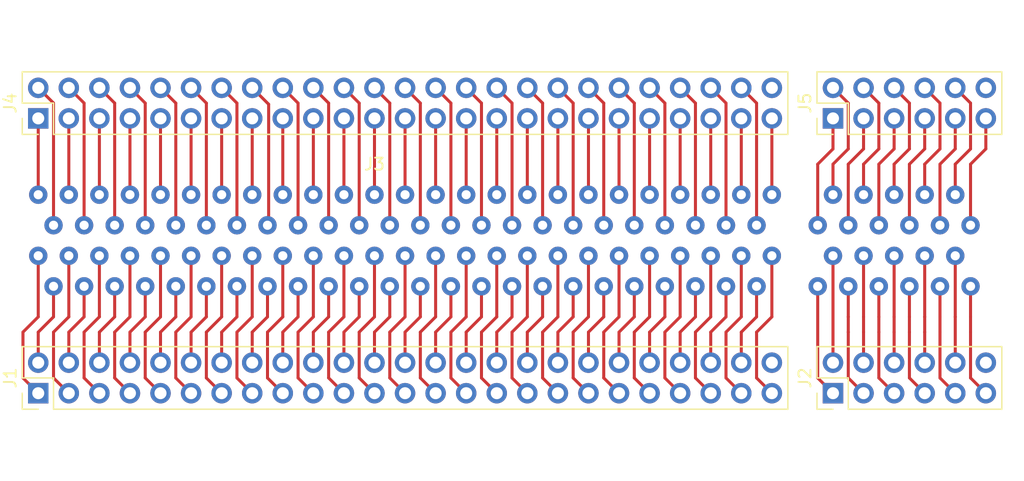
<source format=kicad_pcb>
(kicad_pcb (version 20171130) (host pcbnew 5.1.9+dfsg1-1)

  (general
    (thickness 1.6)
    (drawings 0)
    (tracks 320)
    (zones 0)
    (modules 5)
    (nets 125)
  )

  (page A4)
  (layers
    (0 F.Cu signal)
    (31 B.Cu signal)
    (32 B.Adhes user)
    (33 F.Adhes user)
    (34 B.Paste user)
    (35 F.Paste user)
    (36 B.SilkS user)
    (37 F.SilkS user)
    (38 B.Mask user)
    (39 F.Mask user)
    (40 Dwgs.User user)
    (41 Cmts.User user)
    (42 Eco1.User user)
    (43 Eco2.User user)
    (44 Edge.Cuts user)
    (45 Margin user)
    (46 B.CrtYd user)
    (47 F.CrtYd user)
    (48 B.Fab user)
    (49 F.Fab user)
  )

  (setup
    (last_trace_width 0.25)
    (trace_clearance 0.2)
    (zone_clearance 0.508)
    (zone_45_only no)
    (trace_min 0.2)
    (via_size 0.8)
    (via_drill 0.4)
    (via_min_size 0.4)
    (via_min_drill 0.3)
    (uvia_size 0.3)
    (uvia_drill 0.1)
    (uvias_allowed no)
    (uvia_min_size 0.2)
    (uvia_min_drill 0.1)
    (edge_width 0.05)
    (segment_width 0.2)
    (pcb_text_width 0.3)
    (pcb_text_size 1.5 1.5)
    (mod_edge_width 0.12)
    (mod_text_size 1 1)
    (mod_text_width 0.15)
    (pad_size 1.524 1.524)
    (pad_drill 0.762)
    (pad_to_mask_clearance 0)
    (aux_axis_origin 0 0)
    (visible_elements FFFFFF7F)
    (pcbplotparams
      (layerselection 0x010fc_ffffffff)
      (usegerberextensions false)
      (usegerberattributes true)
      (usegerberadvancedattributes true)
      (creategerberjobfile true)
      (excludeedgelayer true)
      (linewidth 0.100000)
      (plotframeref false)
      (viasonmask false)
      (mode 1)
      (useauxorigin false)
      (hpglpennumber 1)
      (hpglpenspeed 20)
      (hpglpendiameter 15.000000)
      (psnegative false)
      (psa4output false)
      (plotreference true)
      (plotvalue true)
      (plotinvisibletext false)
      (padsonsilk false)
      (subtractmaskfromsilk false)
      (outputformat 1)
      (mirror false)
      (drillshape 1)
      (scaleselection 1)
      (outputdirectory ""))
  )

  (net 0 "")
  (net 1 "Net-(J1-Pad50)")
  (net 2 /B49)
  (net 3 /B48)
  (net 4 /B47)
  (net 5 /B46)
  (net 6 /B45)
  (net 7 /B44)
  (net 8 /B43)
  (net 9 /B42)
  (net 10 /B41)
  (net 11 /B40)
  (net 12 /B39)
  (net 13 /B38)
  (net 14 /B37)
  (net 15 /B36)
  (net 16 /B35)
  (net 17 /B34)
  (net 18 /B33)
  (net 19 /B32)
  (net 20 /B31)
  (net 21 /B30)
  (net 22 /B29)
  (net 23 /B28)
  (net 24 /B27)
  (net 25 /B26)
  (net 26 /B25)
  (net 27 /B24)
  (net 28 /B23)
  (net 29 /B22)
  (net 30 /B21)
  (net 31 /B20)
  (net 32 /B19)
  (net 33 /B18)
  (net 34 /B17)
  (net 35 /B16)
  (net 36 /B15)
  (net 37 /B14)
  (net 38 /B13)
  (net 39 /B12)
  (net 40 /B11)
  (net 41 /B10)
  (net 42 /B9)
  (net 43 /B8)
  (net 44 /B7)
  (net 45 /B6)
  (net 46 /B5)
  (net 47 /B4)
  (net 48 /B3)
  (net 49 /B2)
  (net 50 /B1)
  (net 51 "Net-(J2-Pad12)")
  (net 52 /B62)
  (net 53 /B61)
  (net 54 /B60)
  (net 55 /B59)
  (net 56 /B58)
  (net 57 /B57)
  (net 58 /B56)
  (net 59 /B55)
  (net 60 /B54)
  (net 61 /B53)
  (net 62 /B52)
  (net 63 "Net-(J5-Pad12)")
  (net 64 /A62)
  (net 65 /A61)
  (net 66 /A60)
  (net 67 /A59)
  (net 68 /A58)
  (net 69 /A57)
  (net 70 /A56)
  (net 71 /A55)
  (net 72 /A54)
  (net 73 /A53)
  (net 74 /A52)
  (net 75 /A49)
  (net 76 /A48)
  (net 77 /A47)
  (net 78 /A46)
  (net 79 /A45)
  (net 80 /A44)
  (net 81 /A43)
  (net 82 /A42)
  (net 83 /A41)
  (net 84 /A40)
  (net 85 /A39)
  (net 86 /A38)
  (net 87 /A37)
  (net 88 /A36)
  (net 89 /A35)
  (net 90 /A34)
  (net 91 /A33)
  (net 92 /A32)
  (net 93 /A31)
  (net 94 /A30)
  (net 95 /A29)
  (net 96 /A28)
  (net 97 /A27)
  (net 98 /A26)
  (net 99 /A25)
  (net 100 /A24)
  (net 101 /A23)
  (net 102 /A22)
  (net 103 /A21)
  (net 104 /A20)
  (net 105 /A19)
  (net 106 /A18)
  (net 107 /A17)
  (net 108 /A16)
  (net 109 /A15)
  (net 110 /A14)
  (net 111 /A13)
  (net 112 /A12)
  (net 113 /A11)
  (net 114 /A10)
  (net 115 /A9)
  (net 116 /A8)
  (net 117 /A7)
  (net 118 /A6)
  (net 119 /A5)
  (net 120 /A4)
  (net 121 /A3)
  (net 122 /A2)
  (net 123 /A1)
  (net 124 "Net-(J4-Pad50)")

  (net_class Default "This is the default net class."
    (clearance 0.2)
    (trace_width 0.25)
    (via_dia 0.8)
    (via_drill 0.4)
    (uvia_dia 0.3)
    (uvia_drill 0.1)
    (add_net /A1)
    (add_net /A10)
    (add_net /A11)
    (add_net /A12)
    (add_net /A13)
    (add_net /A14)
    (add_net /A15)
    (add_net /A16)
    (add_net /A17)
    (add_net /A18)
    (add_net /A19)
    (add_net /A2)
    (add_net /A20)
    (add_net /A21)
    (add_net /A22)
    (add_net /A23)
    (add_net /A24)
    (add_net /A25)
    (add_net /A26)
    (add_net /A27)
    (add_net /A28)
    (add_net /A29)
    (add_net /A3)
    (add_net /A30)
    (add_net /A31)
    (add_net /A32)
    (add_net /A33)
    (add_net /A34)
    (add_net /A35)
    (add_net /A36)
    (add_net /A37)
    (add_net /A38)
    (add_net /A39)
    (add_net /A4)
    (add_net /A40)
    (add_net /A41)
    (add_net /A42)
    (add_net /A43)
    (add_net /A44)
    (add_net /A45)
    (add_net /A46)
    (add_net /A47)
    (add_net /A48)
    (add_net /A49)
    (add_net /A5)
    (add_net /A52)
    (add_net /A53)
    (add_net /A54)
    (add_net /A55)
    (add_net /A56)
    (add_net /A57)
    (add_net /A58)
    (add_net /A59)
    (add_net /A6)
    (add_net /A60)
    (add_net /A61)
    (add_net /A62)
    (add_net /A7)
    (add_net /A8)
    (add_net /A9)
    (add_net /B1)
    (add_net /B10)
    (add_net /B11)
    (add_net /B12)
    (add_net /B13)
    (add_net /B14)
    (add_net /B15)
    (add_net /B16)
    (add_net /B17)
    (add_net /B18)
    (add_net /B19)
    (add_net /B2)
    (add_net /B20)
    (add_net /B21)
    (add_net /B22)
    (add_net /B23)
    (add_net /B24)
    (add_net /B25)
    (add_net /B26)
    (add_net /B27)
    (add_net /B28)
    (add_net /B29)
    (add_net /B3)
    (add_net /B30)
    (add_net /B31)
    (add_net /B32)
    (add_net /B33)
    (add_net /B34)
    (add_net /B35)
    (add_net /B36)
    (add_net /B37)
    (add_net /B38)
    (add_net /B39)
    (add_net /B4)
    (add_net /B40)
    (add_net /B41)
    (add_net /B42)
    (add_net /B43)
    (add_net /B44)
    (add_net /B45)
    (add_net /B46)
    (add_net /B47)
    (add_net /B48)
    (add_net /B49)
    (add_net /B5)
    (add_net /B52)
    (add_net /B53)
    (add_net /B54)
    (add_net /B55)
    (add_net /B56)
    (add_net /B57)
    (add_net /B58)
    (add_net /B59)
    (add_net /B6)
    (add_net /B60)
    (add_net /B61)
    (add_net /B62)
    (add_net /B7)
    (add_net /B8)
    (add_net /B9)
    (add_net "Net-(J1-Pad50)")
    (add_net "Net-(J2-Pad12)")
    (add_net "Net-(J4-Pad50)")
    (add_net "Net-(J5-Pad12)")
  )

  (module Connector_PinHeader_2.54mm:PinHeader_2x06_P2.54mm_Vertical (layer F.Cu) (tedit 59FED5CC) (tstamp 62B3FDD4)
    (at 162.56 91.44 90)
    (descr "Through hole straight pin header, 2x06, 2.54mm pitch, double rows")
    (tags "Through hole pin header THT 2x06 2.54mm double row")
    (path /631BF99A)
    (fp_text reference J2 (at 1.27 -2.33 90) (layer F.SilkS)
      (effects (font (size 1 1) (thickness 0.15)))
    )
    (fp_text value Conn_02x06_Odd_Even (at 1.27 15.03 90) (layer F.Fab)
      (effects (font (size 1 1) (thickness 0.15)))
    )
    (fp_text user %R (at 1.27 6.35) (layer F.Fab)
      (effects (font (size 1 1) (thickness 0.15)))
    )
    (fp_line (start 0 -1.27) (end 3.81 -1.27) (layer F.Fab) (width 0.1))
    (fp_line (start 3.81 -1.27) (end 3.81 13.97) (layer F.Fab) (width 0.1))
    (fp_line (start 3.81 13.97) (end -1.27 13.97) (layer F.Fab) (width 0.1))
    (fp_line (start -1.27 13.97) (end -1.27 0) (layer F.Fab) (width 0.1))
    (fp_line (start -1.27 0) (end 0 -1.27) (layer F.Fab) (width 0.1))
    (fp_line (start -1.33 14.03) (end 3.87 14.03) (layer F.SilkS) (width 0.12))
    (fp_line (start -1.33 1.27) (end -1.33 14.03) (layer F.SilkS) (width 0.12))
    (fp_line (start 3.87 -1.33) (end 3.87 14.03) (layer F.SilkS) (width 0.12))
    (fp_line (start -1.33 1.27) (end 1.27 1.27) (layer F.SilkS) (width 0.12))
    (fp_line (start 1.27 1.27) (end 1.27 -1.33) (layer F.SilkS) (width 0.12))
    (fp_line (start 1.27 -1.33) (end 3.87 -1.33) (layer F.SilkS) (width 0.12))
    (fp_line (start -1.33 0) (end -1.33 -1.33) (layer F.SilkS) (width 0.12))
    (fp_line (start -1.33 -1.33) (end 0 -1.33) (layer F.SilkS) (width 0.12))
    (fp_line (start -1.8 -1.8) (end -1.8 14.5) (layer F.CrtYd) (width 0.05))
    (fp_line (start -1.8 14.5) (end 4.35 14.5) (layer F.CrtYd) (width 0.05))
    (fp_line (start 4.35 14.5) (end 4.35 -1.8) (layer F.CrtYd) (width 0.05))
    (fp_line (start 4.35 -1.8) (end -1.8 -1.8) (layer F.CrtYd) (width 0.05))
    (pad 12 thru_hole oval (at 2.54 12.7 90) (size 1.7 1.7) (drill 1) (layers *.Cu *.Mask)
      (net 51 "Net-(J2-Pad12)"))
    (pad 11 thru_hole oval (at 0 12.7 90) (size 1.7 1.7) (drill 1) (layers *.Cu *.Mask)
      (net 52 /B62))
    (pad 10 thru_hole oval (at 2.54 10.16 90) (size 1.7 1.7) (drill 1) (layers *.Cu *.Mask)
      (net 53 /B61))
    (pad 9 thru_hole oval (at 0 10.16 90) (size 1.7 1.7) (drill 1) (layers *.Cu *.Mask)
      (net 54 /B60))
    (pad 8 thru_hole oval (at 2.54 7.62 90) (size 1.7 1.7) (drill 1) (layers *.Cu *.Mask)
      (net 55 /B59))
    (pad 7 thru_hole oval (at 0 7.62 90) (size 1.7 1.7) (drill 1) (layers *.Cu *.Mask)
      (net 56 /B58))
    (pad 6 thru_hole oval (at 2.54 5.08 90) (size 1.7 1.7) (drill 1) (layers *.Cu *.Mask)
      (net 57 /B57))
    (pad 5 thru_hole oval (at 0 5.08 90) (size 1.7 1.7) (drill 1) (layers *.Cu *.Mask)
      (net 58 /B56))
    (pad 4 thru_hole oval (at 2.54 2.54 90) (size 1.7 1.7) (drill 1) (layers *.Cu *.Mask)
      (net 59 /B55))
    (pad 3 thru_hole oval (at 0 2.54 90) (size 1.7 1.7) (drill 1) (layers *.Cu *.Mask)
      (net 60 /B54))
    (pad 2 thru_hole oval (at 2.54 0 90) (size 1.7 1.7) (drill 1) (layers *.Cu *.Mask)
      (net 61 /B53))
    (pad 1 thru_hole rect (at 0 0 90) (size 1.7 1.7) (drill 1) (layers *.Cu *.Mask)
      (net 62 /B52))
    (model ${KISYS3DMOD}/Connector_PinHeader_2.54mm.3dshapes/PinHeader_2x06_P2.54mm_Vertical.wrl
      (at (xyz 0 0 0))
      (scale (xyz 1 1 1))
      (rotate (xyz 0 0 0))
    )
  )

  (module Connector_PinHeader_2.54mm:PinHeader_2x25_P2.54mm_Vertical (layer F.Cu) (tedit 59FED5CC) (tstamp 62B40CEB)
    (at 96.52 68.58 90)
    (descr "Through hole straight pin header, 2x25, 2.54mm pitch, double rows")
    (tags "Through hole pin header THT 2x25 2.54mm double row")
    (path /63C7E1B2)
    (fp_text reference J4 (at 1.27 -2.33 90) (layer F.SilkS)
      (effects (font (size 1 1) (thickness 0.15)))
    )
    (fp_text value Conn_02x25_Odd_Even (at 1.27 63.29 90) (layer F.Fab)
      (effects (font (size 1 1) (thickness 0.15)))
    )
    (fp_text user %R (at 1.27 30.48) (layer F.Fab)
      (effects (font (size 1 1) (thickness 0.15)))
    )
    (fp_line (start 0 -1.27) (end 3.81 -1.27) (layer F.Fab) (width 0.1))
    (fp_line (start 3.81 -1.27) (end 3.81 62.23) (layer F.Fab) (width 0.1))
    (fp_line (start 3.81 62.23) (end -1.27 62.23) (layer F.Fab) (width 0.1))
    (fp_line (start -1.27 62.23) (end -1.27 0) (layer F.Fab) (width 0.1))
    (fp_line (start -1.27 0) (end 0 -1.27) (layer F.Fab) (width 0.1))
    (fp_line (start -1.33 62.29) (end 3.87 62.29) (layer F.SilkS) (width 0.12))
    (fp_line (start -1.33 1.27) (end -1.33 62.29) (layer F.SilkS) (width 0.12))
    (fp_line (start 3.87 -1.33) (end 3.87 62.29) (layer F.SilkS) (width 0.12))
    (fp_line (start -1.33 1.27) (end 1.27 1.27) (layer F.SilkS) (width 0.12))
    (fp_line (start 1.27 1.27) (end 1.27 -1.33) (layer F.SilkS) (width 0.12))
    (fp_line (start 1.27 -1.33) (end 3.87 -1.33) (layer F.SilkS) (width 0.12))
    (fp_line (start -1.33 0) (end -1.33 -1.33) (layer F.SilkS) (width 0.12))
    (fp_line (start -1.33 -1.33) (end 0 -1.33) (layer F.SilkS) (width 0.12))
    (fp_line (start -1.8 -1.8) (end -1.8 62.75) (layer F.CrtYd) (width 0.05))
    (fp_line (start -1.8 62.75) (end 4.35 62.75) (layer F.CrtYd) (width 0.05))
    (fp_line (start 4.35 62.75) (end 4.35 -1.8) (layer F.CrtYd) (width 0.05))
    (fp_line (start 4.35 -1.8) (end -1.8 -1.8) (layer F.CrtYd) (width 0.05))
    (pad 50 thru_hole oval (at 2.54 60.96 90) (size 1.7 1.7) (drill 1) (layers *.Cu *.Mask)
      (net 124 "Net-(J4-Pad50)"))
    (pad 49 thru_hole oval (at 0 60.96 90) (size 1.7 1.7) (drill 1) (layers *.Cu *.Mask)
      (net 75 /A49))
    (pad 48 thru_hole oval (at 2.54 58.42 90) (size 1.7 1.7) (drill 1) (layers *.Cu *.Mask)
      (net 76 /A48))
    (pad 47 thru_hole oval (at 0 58.42 90) (size 1.7 1.7) (drill 1) (layers *.Cu *.Mask)
      (net 77 /A47))
    (pad 46 thru_hole oval (at 2.54 55.88 90) (size 1.7 1.7) (drill 1) (layers *.Cu *.Mask)
      (net 78 /A46))
    (pad 45 thru_hole oval (at 0 55.88 90) (size 1.7 1.7) (drill 1) (layers *.Cu *.Mask)
      (net 79 /A45))
    (pad 44 thru_hole oval (at 2.54 53.34 90) (size 1.7 1.7) (drill 1) (layers *.Cu *.Mask)
      (net 80 /A44))
    (pad 43 thru_hole oval (at 0 53.34 90) (size 1.7 1.7) (drill 1) (layers *.Cu *.Mask)
      (net 81 /A43))
    (pad 42 thru_hole oval (at 2.54 50.8 90) (size 1.7 1.7) (drill 1) (layers *.Cu *.Mask)
      (net 82 /A42))
    (pad 41 thru_hole oval (at 0 50.8 90) (size 1.7 1.7) (drill 1) (layers *.Cu *.Mask)
      (net 83 /A41))
    (pad 40 thru_hole oval (at 2.54 48.26 90) (size 1.7 1.7) (drill 1) (layers *.Cu *.Mask)
      (net 84 /A40))
    (pad 39 thru_hole oval (at 0 48.26 90) (size 1.7 1.7) (drill 1) (layers *.Cu *.Mask)
      (net 85 /A39))
    (pad 38 thru_hole oval (at 2.54 45.72 90) (size 1.7 1.7) (drill 1) (layers *.Cu *.Mask)
      (net 86 /A38))
    (pad 37 thru_hole oval (at 0 45.72 90) (size 1.7 1.7) (drill 1) (layers *.Cu *.Mask)
      (net 87 /A37))
    (pad 36 thru_hole oval (at 2.54 43.18 90) (size 1.7 1.7) (drill 1) (layers *.Cu *.Mask)
      (net 88 /A36))
    (pad 35 thru_hole oval (at 0 43.18 90) (size 1.7 1.7) (drill 1) (layers *.Cu *.Mask)
      (net 89 /A35))
    (pad 34 thru_hole oval (at 2.54 40.64 90) (size 1.7 1.7) (drill 1) (layers *.Cu *.Mask)
      (net 90 /A34))
    (pad 33 thru_hole oval (at 0 40.64 90) (size 1.7 1.7) (drill 1) (layers *.Cu *.Mask)
      (net 91 /A33))
    (pad 32 thru_hole oval (at 2.54 38.1 90) (size 1.7 1.7) (drill 1) (layers *.Cu *.Mask)
      (net 92 /A32))
    (pad 31 thru_hole oval (at 0 38.1 90) (size 1.7 1.7) (drill 1) (layers *.Cu *.Mask)
      (net 93 /A31))
    (pad 30 thru_hole oval (at 2.54 35.56 90) (size 1.7 1.7) (drill 1) (layers *.Cu *.Mask)
      (net 94 /A30))
    (pad 29 thru_hole oval (at 0 35.56 90) (size 1.7 1.7) (drill 1) (layers *.Cu *.Mask)
      (net 95 /A29))
    (pad 28 thru_hole oval (at 2.54 33.02 90) (size 1.7 1.7) (drill 1) (layers *.Cu *.Mask)
      (net 96 /A28))
    (pad 27 thru_hole oval (at 0 33.02 90) (size 1.7 1.7) (drill 1) (layers *.Cu *.Mask)
      (net 97 /A27))
    (pad 26 thru_hole oval (at 2.54 30.48 90) (size 1.7 1.7) (drill 1) (layers *.Cu *.Mask)
      (net 98 /A26))
    (pad 25 thru_hole oval (at 0 30.48 90) (size 1.7 1.7) (drill 1) (layers *.Cu *.Mask)
      (net 99 /A25))
    (pad 24 thru_hole oval (at 2.54 27.94 90) (size 1.7 1.7) (drill 1) (layers *.Cu *.Mask)
      (net 100 /A24))
    (pad 23 thru_hole oval (at 0 27.94 90) (size 1.7 1.7) (drill 1) (layers *.Cu *.Mask)
      (net 101 /A23))
    (pad 22 thru_hole oval (at 2.54 25.4 90) (size 1.7 1.7) (drill 1) (layers *.Cu *.Mask)
      (net 102 /A22))
    (pad 21 thru_hole oval (at 0 25.4 90) (size 1.7 1.7) (drill 1) (layers *.Cu *.Mask)
      (net 103 /A21))
    (pad 20 thru_hole oval (at 2.54 22.86 90) (size 1.7 1.7) (drill 1) (layers *.Cu *.Mask)
      (net 104 /A20))
    (pad 19 thru_hole oval (at 0 22.86 90) (size 1.7 1.7) (drill 1) (layers *.Cu *.Mask)
      (net 105 /A19))
    (pad 18 thru_hole oval (at 2.54 20.32 90) (size 1.7 1.7) (drill 1) (layers *.Cu *.Mask)
      (net 106 /A18))
    (pad 17 thru_hole oval (at 0 20.32 90) (size 1.7 1.7) (drill 1) (layers *.Cu *.Mask)
      (net 107 /A17))
    (pad 16 thru_hole oval (at 2.54 17.78 90) (size 1.7 1.7) (drill 1) (layers *.Cu *.Mask)
      (net 108 /A16))
    (pad 15 thru_hole oval (at 0 17.78 90) (size 1.7 1.7) (drill 1) (layers *.Cu *.Mask)
      (net 109 /A15))
    (pad 14 thru_hole oval (at 2.54 15.24 90) (size 1.7 1.7) (drill 1) (layers *.Cu *.Mask)
      (net 110 /A14))
    (pad 13 thru_hole oval (at 0 15.24 90) (size 1.7 1.7) (drill 1) (layers *.Cu *.Mask)
      (net 111 /A13))
    (pad 12 thru_hole oval (at 2.54 12.7 90) (size 1.7 1.7) (drill 1) (layers *.Cu *.Mask)
      (net 112 /A12))
    (pad 11 thru_hole oval (at 0 12.7 90) (size 1.7 1.7) (drill 1) (layers *.Cu *.Mask)
      (net 113 /A11))
    (pad 10 thru_hole oval (at 2.54 10.16 90) (size 1.7 1.7) (drill 1) (layers *.Cu *.Mask)
      (net 114 /A10))
    (pad 9 thru_hole oval (at 0 10.16 90) (size 1.7 1.7) (drill 1) (layers *.Cu *.Mask)
      (net 115 /A9))
    (pad 8 thru_hole oval (at 2.54 7.62 90) (size 1.7 1.7) (drill 1) (layers *.Cu *.Mask)
      (net 116 /A8))
    (pad 7 thru_hole oval (at 0 7.62 90) (size 1.7 1.7) (drill 1) (layers *.Cu *.Mask)
      (net 117 /A7))
    (pad 6 thru_hole oval (at 2.54 5.08 90) (size 1.7 1.7) (drill 1) (layers *.Cu *.Mask)
      (net 118 /A6))
    (pad 5 thru_hole oval (at 0 5.08 90) (size 1.7 1.7) (drill 1) (layers *.Cu *.Mask)
      (net 119 /A5))
    (pad 4 thru_hole oval (at 2.54 2.54 90) (size 1.7 1.7) (drill 1) (layers *.Cu *.Mask)
      (net 120 /A4))
    (pad 3 thru_hole oval (at 0 2.54 90) (size 1.7 1.7) (drill 1) (layers *.Cu *.Mask)
      (net 121 /A3))
    (pad 2 thru_hole oval (at 2.54 0 90) (size 1.7 1.7) (drill 1) (layers *.Cu *.Mask)
      (net 122 /A2))
    (pad 1 thru_hole rect (at 0 0 90) (size 1.7 1.7) (drill 1) (layers *.Cu *.Mask)
      (net 123 /A1))
    (model ${KISYS3DMOD}/Connector_PinHeader_2.54mm.3dshapes/PinHeader_2x25_P2.54mm_Vertical.wrl
      (at (xyz 0 0 0))
      (scale (xyz 1 1 1))
      (rotate (xyz 0 0 0))
    )
  )

  (module Connector_PinHeader_2.54mm:PinHeader_2x06_P2.54mm_Vertical (layer F.Cu) (tedit 59FED5CC) (tstamp 62B40D0D)
    (at 162.56 68.58 90)
    (descr "Through hole straight pin header, 2x06, 2.54mm pitch, double rows")
    (tags "Through hole pin header THT 2x06 2.54mm double row")
    (path /636A4FC6)
    (fp_text reference J5 (at 1.27 -2.33 90) (layer F.SilkS)
      (effects (font (size 1 1) (thickness 0.15)))
    )
    (fp_text value Conn_02x06_Odd_Even (at 1.27 15.03 90) (layer F.Fab)
      (effects (font (size 1 1) (thickness 0.15)))
    )
    (fp_text user %R (at 1.27 6.35) (layer F.Fab)
      (effects (font (size 1 1) (thickness 0.15)))
    )
    (fp_line (start 0 -1.27) (end 3.81 -1.27) (layer F.Fab) (width 0.1))
    (fp_line (start 3.81 -1.27) (end 3.81 13.97) (layer F.Fab) (width 0.1))
    (fp_line (start 3.81 13.97) (end -1.27 13.97) (layer F.Fab) (width 0.1))
    (fp_line (start -1.27 13.97) (end -1.27 0) (layer F.Fab) (width 0.1))
    (fp_line (start -1.27 0) (end 0 -1.27) (layer F.Fab) (width 0.1))
    (fp_line (start -1.33 14.03) (end 3.87 14.03) (layer F.SilkS) (width 0.12))
    (fp_line (start -1.33 1.27) (end -1.33 14.03) (layer F.SilkS) (width 0.12))
    (fp_line (start 3.87 -1.33) (end 3.87 14.03) (layer F.SilkS) (width 0.12))
    (fp_line (start -1.33 1.27) (end 1.27 1.27) (layer F.SilkS) (width 0.12))
    (fp_line (start 1.27 1.27) (end 1.27 -1.33) (layer F.SilkS) (width 0.12))
    (fp_line (start 1.27 -1.33) (end 3.87 -1.33) (layer F.SilkS) (width 0.12))
    (fp_line (start -1.33 0) (end -1.33 -1.33) (layer F.SilkS) (width 0.12))
    (fp_line (start -1.33 -1.33) (end 0 -1.33) (layer F.SilkS) (width 0.12))
    (fp_line (start -1.8 -1.8) (end -1.8 14.5) (layer F.CrtYd) (width 0.05))
    (fp_line (start -1.8 14.5) (end 4.35 14.5) (layer F.CrtYd) (width 0.05))
    (fp_line (start 4.35 14.5) (end 4.35 -1.8) (layer F.CrtYd) (width 0.05))
    (fp_line (start 4.35 -1.8) (end -1.8 -1.8) (layer F.CrtYd) (width 0.05))
    (pad 12 thru_hole oval (at 2.54 12.7 90) (size 1.7 1.7) (drill 1) (layers *.Cu *.Mask)
      (net 63 "Net-(J5-Pad12)"))
    (pad 11 thru_hole oval (at 0 12.7 90) (size 1.7 1.7) (drill 1) (layers *.Cu *.Mask)
      (net 64 /A62))
    (pad 10 thru_hole oval (at 2.54 10.16 90) (size 1.7 1.7) (drill 1) (layers *.Cu *.Mask)
      (net 65 /A61))
    (pad 9 thru_hole oval (at 0 10.16 90) (size 1.7 1.7) (drill 1) (layers *.Cu *.Mask)
      (net 66 /A60))
    (pad 8 thru_hole oval (at 2.54 7.62 90) (size 1.7 1.7) (drill 1) (layers *.Cu *.Mask)
      (net 67 /A59))
    (pad 7 thru_hole oval (at 0 7.62 90) (size 1.7 1.7) (drill 1) (layers *.Cu *.Mask)
      (net 68 /A58))
    (pad 6 thru_hole oval (at 2.54 5.08 90) (size 1.7 1.7) (drill 1) (layers *.Cu *.Mask)
      (net 69 /A57))
    (pad 5 thru_hole oval (at 0 5.08 90) (size 1.7 1.7) (drill 1) (layers *.Cu *.Mask)
      (net 70 /A56))
    (pad 4 thru_hole oval (at 2.54 2.54 90) (size 1.7 1.7) (drill 1) (layers *.Cu *.Mask)
      (net 71 /A55))
    (pad 3 thru_hole oval (at 0 2.54 90) (size 1.7 1.7) (drill 1) (layers *.Cu *.Mask)
      (net 72 /A54))
    (pad 2 thru_hole oval (at 2.54 0 90) (size 1.7 1.7) (drill 1) (layers *.Cu *.Mask)
      (net 73 /A53))
    (pad 1 thru_hole rect (at 0 0 90) (size 1.7 1.7) (drill 1) (layers *.Cu *.Mask)
      (net 74 /A52))
    (model ${KISYS3DMOD}/Connector_PinHeader_2.54mm.3dshapes/PinHeader_2x06_P2.54mm_Vertical.wrl
      (at (xyz 0 0 0))
      (scale (xyz 1 1 1))
      (rotate (xyz 0 0 0))
    )
  )

  (module Connector_PCISlot:BUS_PCI_Slot (layer F.Cu) (tedit 62B24345) (tstamp 62B3FE50)
    (at 96.52 74.93)
    (descr "PCI bus slot")
    (tags "PCI bus slot")
    (path /629E17B2)
    (fp_text reference J3 (at 27.94 -2.54) (layer F.SilkS)
      (effects (font (size 1 1) (thickness 0.15)))
    )
    (fp_text value Bus_PCI_32bit_5V (at 49.53 -2.54) (layer F.Fab)
      (effects (font (size 1 1) (thickness 0.15)))
    )
    (pad B62 thru_hole circle (at 77.47 7.62) (size 1.524 1.524) (drill 0.762) (layers *.Cu *.Mask)
      (net 52 /B62))
    (pad B61 thru_hole circle (at 76.2 5.08) (size 1.524 1.524) (drill 0.762) (layers *.Cu *.Mask)
      (net 53 /B61))
    (pad B60 thru_hole circle (at 74.93 7.62) (size 1.524 1.524) (drill 0.762) (layers *.Cu *.Mask)
      (net 54 /B60))
    (pad B59 thru_hole circle (at 73.66 5.08) (size 1.524 1.524) (drill 0.762) (layers *.Cu *.Mask)
      (net 55 /B59))
    (pad B58 thru_hole circle (at 72.39 7.62) (size 1.524 1.524) (drill 0.762) (layers *.Cu *.Mask)
      (net 56 /B58))
    (pad B57 thru_hole circle (at 71.12 5.08) (size 1.524 1.524) (drill 0.762) (layers *.Cu *.Mask)
      (net 57 /B57))
    (pad B56 thru_hole circle (at 69.85 7.62) (size 1.524 1.524) (drill 0.762) (layers *.Cu *.Mask)
      (net 58 /B56))
    (pad B55 thru_hole circle (at 68.58 5.08) (size 1.524 1.524) (drill 0.762) (layers *.Cu *.Mask)
      (net 59 /B55))
    (pad B54 thru_hole circle (at 67.31 7.62) (size 1.524 1.524) (drill 0.762) (layers *.Cu *.Mask)
      (net 60 /B54))
    (pad B53 thru_hole circle (at 66.04 5.08) (size 1.524 1.524) (drill 0.762) (layers *.Cu *.Mask)
      (net 61 /B53))
    (pad B52 thru_hole circle (at 64.77 7.62) (size 1.524 1.524) (drill 0.762) (layers *.Cu *.Mask)
      (net 62 /B52))
    (pad B49 thru_hole circle (at 60.96 5.08) (size 1.524 1.524) (drill 0.762) (layers *.Cu *.Mask)
      (net 2 /B49))
    (pad B48 thru_hole circle (at 59.69 7.62) (size 1.524 1.524) (drill 0.762) (layers *.Cu *.Mask)
      (net 3 /B48))
    (pad B47 thru_hole circle (at 58.42 5.08) (size 1.524 1.524) (drill 0.762) (layers *.Cu *.Mask)
      (net 4 /B47))
    (pad B46 thru_hole circle (at 57.15 7.62) (size 1.524 1.524) (drill 0.762) (layers *.Cu *.Mask)
      (net 5 /B46))
    (pad B45 thru_hole circle (at 55.88 5.08) (size 1.524 1.524) (drill 0.762) (layers *.Cu *.Mask)
      (net 6 /B45))
    (pad B44 thru_hole circle (at 54.61 7.62) (size 1.524 1.524) (drill 0.762) (layers *.Cu *.Mask)
      (net 7 /B44))
    (pad B43 thru_hole circle (at 53.34 5.08) (size 1.524 1.524) (drill 0.762) (layers *.Cu *.Mask)
      (net 8 /B43))
    (pad B42 thru_hole circle (at 52.07 7.62) (size 1.524 1.524) (drill 0.762) (layers *.Cu *.Mask)
      (net 9 /B42))
    (pad B41 thru_hole circle (at 50.8 5.08) (size 1.524 1.524) (drill 0.762) (layers *.Cu *.Mask)
      (net 10 /B41))
    (pad B40 thru_hole circle (at 49.53 7.62) (size 1.524 1.524) (drill 0.762) (layers *.Cu *.Mask)
      (net 11 /B40))
    (pad B39 thru_hole circle (at 48.26 5.08) (size 1.524 1.524) (drill 0.762) (layers *.Cu *.Mask)
      (net 12 /B39))
    (pad B38 thru_hole circle (at 46.99 7.62) (size 1.524 1.524) (drill 0.762) (layers *.Cu *.Mask)
      (net 13 /B38))
    (pad B37 thru_hole circle (at 45.72 5.08) (size 1.524 1.524) (drill 0.762) (layers *.Cu *.Mask)
      (net 14 /B37))
    (pad B36 thru_hole circle (at 44.45 7.62) (size 1.524 1.524) (drill 0.762) (layers *.Cu *.Mask)
      (net 15 /B36))
    (pad B35 thru_hole circle (at 43.18 5.08) (size 1.524 1.524) (drill 0.762) (layers *.Cu *.Mask)
      (net 16 /B35))
    (pad B34 thru_hole circle (at 41.91 7.62) (size 1.524 1.524) (drill 0.762) (layers *.Cu *.Mask)
      (net 17 /B34))
    (pad B33 thru_hole circle (at 40.64 5.08) (size 1.524 1.524) (drill 0.762) (layers *.Cu *.Mask)
      (net 18 /B33))
    (pad B32 thru_hole circle (at 39.37 7.62) (size 1.524 1.524) (drill 0.762) (layers *.Cu *.Mask)
      (net 19 /B32))
    (pad B31 thru_hole circle (at 38.1 5.08) (size 1.524 1.524) (drill 0.762) (layers *.Cu *.Mask)
      (net 20 /B31))
    (pad B30 thru_hole circle (at 36.83 7.62) (size 1.524 1.524) (drill 0.762) (layers *.Cu *.Mask)
      (net 21 /B30))
    (pad B29 thru_hole circle (at 35.56 5.08) (size 1.524 1.524) (drill 0.762) (layers *.Cu *.Mask)
      (net 22 /B29))
    (pad B28 thru_hole circle (at 34.29 7.62) (size 1.524 1.524) (drill 0.762) (layers *.Cu *.Mask)
      (net 23 /B28))
    (pad B27 thru_hole circle (at 33.02 5.08) (size 1.524 1.524) (drill 0.762) (layers *.Cu *.Mask)
      (net 24 /B27))
    (pad B26 thru_hole circle (at 31.75 7.62) (size 1.524 1.524) (drill 0.762) (layers *.Cu *.Mask)
      (net 25 /B26))
    (pad B25 thru_hole circle (at 30.48 5.08) (size 1.524 1.524) (drill 0.762) (layers *.Cu *.Mask)
      (net 26 /B25))
    (pad B24 thru_hole circle (at 29.21 7.62) (size 1.524 1.524) (drill 0.762) (layers *.Cu *.Mask)
      (net 27 /B24))
    (pad B23 thru_hole circle (at 27.94 5.08) (size 1.524 1.524) (drill 0.762) (layers *.Cu *.Mask)
      (net 28 /B23))
    (pad B22 thru_hole circle (at 26.67 7.62) (size 1.524 1.524) (drill 0.762) (layers *.Cu *.Mask)
      (net 29 /B22))
    (pad B21 thru_hole circle (at 25.4 5.08) (size 1.524 1.524) (drill 0.762) (layers *.Cu *.Mask)
      (net 30 /B21))
    (pad B20 thru_hole circle (at 24.13 7.62) (size 1.524 1.524) (drill 0.762) (layers *.Cu *.Mask)
      (net 31 /B20))
    (pad B19 thru_hole circle (at 22.86 5.08) (size 1.524 1.524) (drill 0.762) (layers *.Cu *.Mask)
      (net 32 /B19))
    (pad B18 thru_hole circle (at 21.59 7.62) (size 1.524 1.524) (drill 0.762) (layers *.Cu *.Mask)
      (net 33 /B18))
    (pad B17 thru_hole circle (at 20.32 5.08) (size 1.524 1.524) (drill 0.762) (layers *.Cu *.Mask)
      (net 34 /B17))
    (pad B16 thru_hole circle (at 19.05 7.62) (size 1.524 1.524) (drill 0.762) (layers *.Cu *.Mask)
      (net 35 /B16))
    (pad B15 thru_hole circle (at 17.78 5.08) (size 1.524 1.524) (drill 0.762) (layers *.Cu *.Mask)
      (net 36 /B15))
    (pad B14 thru_hole circle (at 16.51 7.62) (size 1.524 1.524) (drill 0.762) (layers *.Cu *.Mask)
      (net 37 /B14))
    (pad B13 thru_hole circle (at 15.24 5.08) (size 1.524 1.524) (drill 0.762) (layers *.Cu *.Mask)
      (net 38 /B13))
    (pad B12 thru_hole circle (at 13.97 7.62) (size 1.524 1.524) (drill 0.762) (layers *.Cu *.Mask)
      (net 39 /B12))
    (pad B11 thru_hole circle (at 12.7 5.08) (size 1.524 1.524) (drill 0.762) (layers *.Cu *.Mask)
      (net 40 /B11))
    (pad B10 thru_hole circle (at 11.43 7.62) (size 1.524 1.524) (drill 0.762) (layers *.Cu *.Mask)
      (net 41 /B10))
    (pad B9 thru_hole circle (at 10.16 5.08) (size 1.524 1.524) (drill 0.762) (layers *.Cu *.Mask)
      (net 42 /B9))
    (pad B8 thru_hole circle (at 8.89 7.62) (size 1.524 1.524) (drill 0.762) (layers *.Cu *.Mask)
      (net 43 /B8))
    (pad B7 thru_hole circle (at 7.62 5.08) (size 1.524 1.524) (drill 0.762) (layers *.Cu *.Mask)
      (net 44 /B7))
    (pad B6 thru_hole circle (at 6.35 7.62) (size 1.524 1.524) (drill 0.762) (layers *.Cu *.Mask)
      (net 45 /B6))
    (pad B5 thru_hole circle (at 5.08 5.08) (size 1.524 1.524) (drill 0.762) (layers *.Cu *.Mask)
      (net 46 /B5))
    (pad B4 thru_hole circle (at 3.81 7.62) (size 1.524 1.524) (drill 0.762) (layers *.Cu *.Mask)
      (net 47 /B4))
    (pad B3 thru_hole circle (at 2.54 5.08) (size 1.524 1.524) (drill 0.762) (layers *.Cu *.Mask)
      (net 48 /B3))
    (pad B2 thru_hole circle (at 1.27 7.62) (size 1.524 1.524) (drill 0.762) (layers *.Cu *.Mask)
      (net 49 /B2))
    (pad B1 thru_hole circle (at 0 5.08) (size 1.524 1.524) (drill 0.762) (layers *.Cu *.Mask)
      (net 50 /B1))
    (pad A62 thru_hole circle (at 77.47 2.54) (size 1.524 1.524) (drill 0.762) (layers *.Cu *.Mask)
      (net 64 /A62))
    (pad A61 thru_hole circle (at 76.2 0 90) (size 1.524 1.524) (drill 0.762) (layers *.Cu *.Mask)
      (net 65 /A61))
    (pad A60 thru_hole circle (at 74.93 2.54) (size 1.524 1.524) (drill 0.762) (layers *.Cu *.Mask)
      (net 66 /A60))
    (pad A59 thru_hole circle (at 73.66 0) (size 1.524 1.524) (drill 0.762) (layers *.Cu *.Mask)
      (net 67 /A59))
    (pad A58 thru_hole circle (at 72.39 2.54) (size 1.524 1.524) (drill 0.762) (layers *.Cu *.Mask)
      (net 68 /A58))
    (pad A57 thru_hole circle (at 71.12 0) (size 1.524 1.524) (drill 0.762) (layers *.Cu *.Mask)
      (net 69 /A57))
    (pad A56 thru_hole circle (at 69.85 2.54) (size 1.524 1.524) (drill 0.762) (layers *.Cu *.Mask)
      (net 70 /A56))
    (pad A55 thru_hole circle (at 68.58 0) (size 1.524 1.524) (drill 0.762) (layers *.Cu *.Mask)
      (net 71 /A55))
    (pad A54 thru_hole circle (at 67.31 2.54) (size 1.524 1.524) (drill 0.762) (layers *.Cu *.Mask)
      (net 72 /A54))
    (pad A53 thru_hole circle (at 66.04 0) (size 1.524 1.524) (drill 0.762) (layers *.Cu *.Mask)
      (net 73 /A53))
    (pad A52 thru_hole circle (at 64.77 2.54) (size 1.524 1.524) (drill 0.762) (layers *.Cu *.Mask)
      (net 74 /A52))
    (pad A49 thru_hole circle (at 60.96 0) (size 1.524 1.524) (drill 0.762) (layers *.Cu *.Mask)
      (net 75 /A49))
    (pad A48 thru_hole circle (at 59.69 2.54) (size 1.524 1.524) (drill 0.762) (layers *.Cu *.Mask)
      (net 76 /A48))
    (pad A47 thru_hole circle (at 58.42 0) (size 1.524 1.524) (drill 0.762) (layers *.Cu *.Mask)
      (net 77 /A47))
    (pad A46 thru_hole circle (at 57.15 2.54) (size 1.524 1.524) (drill 0.762) (layers *.Cu *.Mask)
      (net 78 /A46))
    (pad A45 thru_hole circle (at 55.88 0) (size 1.524 1.524) (drill 0.762) (layers *.Cu *.Mask)
      (net 79 /A45))
    (pad A44 thru_hole circle (at 54.61 2.54) (size 1.524 1.524) (drill 0.762) (layers *.Cu *.Mask)
      (net 80 /A44))
    (pad A43 thru_hole circle (at 53.34 0) (size 1.524 1.524) (drill 0.762) (layers *.Cu *.Mask)
      (net 81 /A43))
    (pad A42 thru_hole circle (at 52.07 2.54) (size 1.524 1.524) (drill 0.762) (layers *.Cu *.Mask)
      (net 82 /A42))
    (pad A41 thru_hole circle (at 50.8 0) (size 1.524 1.524) (drill 0.762) (layers *.Cu *.Mask)
      (net 83 /A41))
    (pad A40 thru_hole circle (at 49.53 2.54) (size 1.524 1.524) (drill 0.762) (layers *.Cu *.Mask)
      (net 84 /A40))
    (pad A39 thru_hole circle (at 48.26 0) (size 1.524 1.524) (drill 0.762) (layers *.Cu *.Mask)
      (net 85 /A39))
    (pad A38 thru_hole circle (at 46.99 2.54) (size 1.524 1.524) (drill 0.762) (layers *.Cu *.Mask)
      (net 86 /A38))
    (pad A37 thru_hole circle (at 45.72 0) (size 1.524 1.524) (drill 0.762) (layers *.Cu *.Mask)
      (net 87 /A37))
    (pad A36 thru_hole circle (at 44.45 2.54) (size 1.524 1.524) (drill 0.762) (layers *.Cu *.Mask)
      (net 88 /A36))
    (pad A35 thru_hole circle (at 43.18 0) (size 1.524 1.524) (drill 0.762) (layers *.Cu *.Mask)
      (net 89 /A35))
    (pad A34 thru_hole circle (at 41.91 2.54) (size 1.524 1.524) (drill 0.762) (layers *.Cu *.Mask)
      (net 90 /A34))
    (pad A33 thru_hole circle (at 40.64 0) (size 1.524 1.524) (drill 0.762) (layers *.Cu *.Mask)
      (net 91 /A33))
    (pad A32 thru_hole circle (at 39.37 2.54) (size 1.524 1.524) (drill 0.762) (layers *.Cu *.Mask)
      (net 92 /A32))
    (pad A31 thru_hole circle (at 38.1 0) (size 1.524 1.524) (drill 0.762) (layers *.Cu *.Mask)
      (net 93 /A31))
    (pad A30 thru_hole circle (at 36.83 2.54) (size 1.524 1.524) (drill 0.762) (layers *.Cu *.Mask)
      (net 94 /A30))
    (pad A29 thru_hole circle (at 35.56 0) (size 1.524 1.524) (drill 0.762) (layers *.Cu *.Mask)
      (net 95 /A29))
    (pad A28 thru_hole circle (at 34.29 2.54) (size 1.524 1.524) (drill 0.762) (layers *.Cu *.Mask)
      (net 96 /A28))
    (pad A27 thru_hole circle (at 33.02 0) (size 1.524 1.524) (drill 0.762) (layers *.Cu *.Mask)
      (net 97 /A27))
    (pad A26 thru_hole circle (at 31.75 2.54) (size 1.524 1.524) (drill 0.762) (layers *.Cu *.Mask)
      (net 98 /A26))
    (pad A25 thru_hole circle (at 30.48 0) (size 1.524 1.524) (drill 0.762) (layers *.Cu *.Mask)
      (net 99 /A25))
    (pad A24 thru_hole circle (at 29.21 2.54) (size 1.524 1.524) (drill 0.762) (layers *.Cu *.Mask)
      (net 100 /A24))
    (pad A23 thru_hole circle (at 27.94 0) (size 1.524 1.524) (drill 0.762) (layers *.Cu *.Mask)
      (net 101 /A23))
    (pad A22 thru_hole circle (at 26.67 2.54) (size 1.524 1.524) (drill 0.762) (layers *.Cu *.Mask)
      (net 102 /A22))
    (pad A21 thru_hole circle (at 25.4 0) (size 1.524 1.524) (drill 0.762) (layers *.Cu *.Mask)
      (net 103 /A21))
    (pad A20 thru_hole circle (at 24.13 2.54) (size 1.524 1.524) (drill 0.762) (layers *.Cu *.Mask)
      (net 104 /A20))
    (pad A19 thru_hole circle (at 22.86 0) (size 1.524 1.524) (drill 0.762) (layers *.Cu *.Mask)
      (net 105 /A19))
    (pad A18 thru_hole circle (at 21.59 2.54) (size 1.524 1.524) (drill 0.762) (layers *.Cu *.Mask)
      (net 106 /A18))
    (pad A17 thru_hole circle (at 20.32 0) (size 1.524 1.524) (drill 0.762) (layers *.Cu *.Mask)
      (net 107 /A17))
    (pad A16 thru_hole circle (at 19.05 2.54) (size 1.524 1.524) (drill 0.762) (layers *.Cu *.Mask)
      (net 108 /A16))
    (pad A15 thru_hole circle (at 17.78 0) (size 1.524 1.524) (drill 0.762) (layers *.Cu *.Mask)
      (net 109 /A15))
    (pad A14 thru_hole circle (at 16.51 2.54) (size 1.524 1.524) (drill 0.762) (layers *.Cu *.Mask)
      (net 110 /A14))
    (pad A13 thru_hole circle (at 15.24 0) (size 1.524 1.524) (drill 0.762) (layers *.Cu *.Mask)
      (net 111 /A13))
    (pad A12 thru_hole circle (at 13.97 2.54) (size 1.524 1.524) (drill 0.762) (layers *.Cu *.Mask)
      (net 112 /A12))
    (pad A11 thru_hole circle (at 12.7 0) (size 1.524 1.524) (drill 0.762) (layers *.Cu *.Mask)
      (net 113 /A11))
    (pad A10 thru_hole circle (at 11.43 2.54) (size 1.524 1.524) (drill 0.762) (layers *.Cu *.Mask)
      (net 114 /A10))
    (pad A9 thru_hole circle (at 10.16 0) (size 1.524 1.524) (drill 0.762) (layers *.Cu *.Mask)
      (net 115 /A9))
    (pad A8 thru_hole circle (at 8.89 2.54) (size 1.524 1.524) (drill 0.762) (layers *.Cu *.Mask)
      (net 116 /A8))
    (pad A7 thru_hole circle (at 7.62 0) (size 1.524 1.524) (drill 0.762) (layers *.Cu *.Mask)
      (net 117 /A7))
    (pad A6 thru_hole circle (at 6.35 2.54) (size 1.524 1.524) (drill 0.762) (layers *.Cu *.Mask)
      (net 118 /A6))
    (pad A5 thru_hole circle (at 5.08 0) (size 1.524 1.524) (drill 0.762) (layers *.Cu *.Mask)
      (net 119 /A5))
    (pad A4 thru_hole circle (at 3.81 2.54) (size 1.524 1.524) (drill 0.762) (layers *.Cu *.Mask)
      (net 120 /A4))
    (pad A3 thru_hole circle (at 2.54 0) (size 1.524 1.524) (drill 0.762) (layers *.Cu *.Mask)
      (net 121 /A3))
    (pad A2 thru_hole circle (at 1.27 2.54) (size 1.524 1.524) (drill 0.762) (layers *.Cu *.Mask)
      (net 122 /A2))
    (pad A1 thru_hole circle (at 0 0) (size 1.524 1.524) (drill 0.762) (layers *.Cu *.Mask)
      (net 123 /A1))
  )

  (module Connector_PinHeader_2.54mm:PinHeader_2x25_P2.54mm_Vertical (layer F.Cu) (tedit 59FED5CC) (tstamp 62B3FDB2)
    (at 96.52 91.44 90)
    (descr "Through hole straight pin header, 2x25, 2.54mm pitch, double rows")
    (tags "Through hole pin header THT 2x25 2.54mm double row")
    (path /631B9128)
    (fp_text reference J1 (at 1.27 -2.33 90) (layer F.SilkS)
      (effects (font (size 1 1) (thickness 0.15)))
    )
    (fp_text value Conn_02x25_Odd_Even (at 1.27 63.29 90) (layer F.Fab)
      (effects (font (size 1 1) (thickness 0.15)))
    )
    (fp_text user %R (at 1.27 30.48) (layer F.Fab)
      (effects (font (size 1 1) (thickness 0.15)))
    )
    (fp_line (start 0 -1.27) (end 3.81 -1.27) (layer F.Fab) (width 0.1))
    (fp_line (start 3.81 -1.27) (end 3.81 62.23) (layer F.Fab) (width 0.1))
    (fp_line (start 3.81 62.23) (end -1.27 62.23) (layer F.Fab) (width 0.1))
    (fp_line (start -1.27 62.23) (end -1.27 0) (layer F.Fab) (width 0.1))
    (fp_line (start -1.27 0) (end 0 -1.27) (layer F.Fab) (width 0.1))
    (fp_line (start -1.33 62.29) (end 3.87 62.29) (layer F.SilkS) (width 0.12))
    (fp_line (start -1.33 1.27) (end -1.33 62.29) (layer F.SilkS) (width 0.12))
    (fp_line (start 3.87 -1.33) (end 3.87 62.29) (layer F.SilkS) (width 0.12))
    (fp_line (start -1.33 1.27) (end 1.27 1.27) (layer F.SilkS) (width 0.12))
    (fp_line (start 1.27 1.27) (end 1.27 -1.33) (layer F.SilkS) (width 0.12))
    (fp_line (start 1.27 -1.33) (end 3.87 -1.33) (layer F.SilkS) (width 0.12))
    (fp_line (start -1.33 0) (end -1.33 -1.33) (layer F.SilkS) (width 0.12))
    (fp_line (start -1.33 -1.33) (end 0 -1.33) (layer F.SilkS) (width 0.12))
    (fp_line (start -1.8 -1.8) (end -1.8 62.75) (layer F.CrtYd) (width 0.05))
    (fp_line (start -1.8 62.75) (end 4.35 62.75) (layer F.CrtYd) (width 0.05))
    (fp_line (start 4.35 62.75) (end 4.35 -1.8) (layer F.CrtYd) (width 0.05))
    (fp_line (start 4.35 -1.8) (end -1.8 -1.8) (layer F.CrtYd) (width 0.05))
    (pad 50 thru_hole oval (at 2.54 60.96 90) (size 1.7 1.7) (drill 1) (layers *.Cu *.Mask)
      (net 1 "Net-(J1-Pad50)"))
    (pad 49 thru_hole oval (at 0 60.96 90) (size 1.7 1.7) (drill 1) (layers *.Cu *.Mask)
      (net 2 /B49))
    (pad 48 thru_hole oval (at 2.54 58.42 90) (size 1.7 1.7) (drill 1) (layers *.Cu *.Mask)
      (net 3 /B48))
    (pad 47 thru_hole oval (at 0 58.42 90) (size 1.7 1.7) (drill 1) (layers *.Cu *.Mask)
      (net 4 /B47))
    (pad 46 thru_hole oval (at 2.54 55.88 90) (size 1.7 1.7) (drill 1) (layers *.Cu *.Mask)
      (net 5 /B46))
    (pad 45 thru_hole oval (at 0 55.88 90) (size 1.7 1.7) (drill 1) (layers *.Cu *.Mask)
      (net 6 /B45))
    (pad 44 thru_hole oval (at 2.54 53.34 90) (size 1.7 1.7) (drill 1) (layers *.Cu *.Mask)
      (net 7 /B44))
    (pad 43 thru_hole oval (at 0 53.34 90) (size 1.7 1.7) (drill 1) (layers *.Cu *.Mask)
      (net 8 /B43))
    (pad 42 thru_hole oval (at 2.54 50.8 90) (size 1.7 1.7) (drill 1) (layers *.Cu *.Mask)
      (net 9 /B42))
    (pad 41 thru_hole oval (at 0 50.8 90) (size 1.7 1.7) (drill 1) (layers *.Cu *.Mask)
      (net 10 /B41))
    (pad 40 thru_hole oval (at 2.54 48.26 90) (size 1.7 1.7) (drill 1) (layers *.Cu *.Mask)
      (net 11 /B40))
    (pad 39 thru_hole oval (at 0 48.26 90) (size 1.7 1.7) (drill 1) (layers *.Cu *.Mask)
      (net 12 /B39))
    (pad 38 thru_hole oval (at 2.54 45.72 90) (size 1.7 1.7) (drill 1) (layers *.Cu *.Mask)
      (net 13 /B38))
    (pad 37 thru_hole oval (at 0 45.72 90) (size 1.7 1.7) (drill 1) (layers *.Cu *.Mask)
      (net 14 /B37))
    (pad 36 thru_hole oval (at 2.54 43.18 90) (size 1.7 1.7) (drill 1) (layers *.Cu *.Mask)
      (net 15 /B36))
    (pad 35 thru_hole oval (at 0 43.18 90) (size 1.7 1.7) (drill 1) (layers *.Cu *.Mask)
      (net 16 /B35))
    (pad 34 thru_hole oval (at 2.54 40.64 90) (size 1.7 1.7) (drill 1) (layers *.Cu *.Mask)
      (net 17 /B34))
    (pad 33 thru_hole oval (at 0 40.64 90) (size 1.7 1.7) (drill 1) (layers *.Cu *.Mask)
      (net 18 /B33))
    (pad 32 thru_hole oval (at 2.54 38.1 90) (size 1.7 1.7) (drill 1) (layers *.Cu *.Mask)
      (net 19 /B32))
    (pad 31 thru_hole oval (at 0 38.1 90) (size 1.7 1.7) (drill 1) (layers *.Cu *.Mask)
      (net 20 /B31))
    (pad 30 thru_hole oval (at 2.54 35.56 90) (size 1.7 1.7) (drill 1) (layers *.Cu *.Mask)
      (net 21 /B30))
    (pad 29 thru_hole oval (at 0 35.56 90) (size 1.7 1.7) (drill 1) (layers *.Cu *.Mask)
      (net 22 /B29))
    (pad 28 thru_hole oval (at 2.54 33.02 90) (size 1.7 1.7) (drill 1) (layers *.Cu *.Mask)
      (net 23 /B28))
    (pad 27 thru_hole oval (at 0 33.02 90) (size 1.7 1.7) (drill 1) (layers *.Cu *.Mask)
      (net 24 /B27))
    (pad 26 thru_hole oval (at 2.54 30.48 90) (size 1.7 1.7) (drill 1) (layers *.Cu *.Mask)
      (net 25 /B26))
    (pad 25 thru_hole oval (at 0 30.48 90) (size 1.7 1.7) (drill 1) (layers *.Cu *.Mask)
      (net 26 /B25))
    (pad 24 thru_hole oval (at 2.54 27.94 90) (size 1.7 1.7) (drill 1) (layers *.Cu *.Mask)
      (net 27 /B24))
    (pad 23 thru_hole oval (at 0 27.94 90) (size 1.7 1.7) (drill 1) (layers *.Cu *.Mask)
      (net 28 /B23))
    (pad 22 thru_hole oval (at 2.54 25.4 90) (size 1.7 1.7) (drill 1) (layers *.Cu *.Mask)
      (net 29 /B22))
    (pad 21 thru_hole oval (at 0 25.4 90) (size 1.7 1.7) (drill 1) (layers *.Cu *.Mask)
      (net 30 /B21))
    (pad 20 thru_hole oval (at 2.54 22.86 90) (size 1.7 1.7) (drill 1) (layers *.Cu *.Mask)
      (net 31 /B20))
    (pad 19 thru_hole oval (at 0 22.86 90) (size 1.7 1.7) (drill 1) (layers *.Cu *.Mask)
      (net 32 /B19))
    (pad 18 thru_hole oval (at 2.54 20.32 90) (size 1.7 1.7) (drill 1) (layers *.Cu *.Mask)
      (net 33 /B18))
    (pad 17 thru_hole oval (at 0 20.32 90) (size 1.7 1.7) (drill 1) (layers *.Cu *.Mask)
      (net 34 /B17))
    (pad 16 thru_hole oval (at 2.54 17.78 90) (size 1.7 1.7) (drill 1) (layers *.Cu *.Mask)
      (net 35 /B16))
    (pad 15 thru_hole oval (at 0 17.78 90) (size 1.7 1.7) (drill 1) (layers *.Cu *.Mask)
      (net 36 /B15))
    (pad 14 thru_hole oval (at 2.54 15.24 90) (size 1.7 1.7) (drill 1) (layers *.Cu *.Mask)
      (net 37 /B14))
    (pad 13 thru_hole oval (at 0 15.24 90) (size 1.7 1.7) (drill 1) (layers *.Cu *.Mask)
      (net 38 /B13))
    (pad 12 thru_hole oval (at 2.54 12.7 90) (size 1.7 1.7) (drill 1) (layers *.Cu *.Mask)
      (net 39 /B12))
    (pad 11 thru_hole oval (at 0 12.7 90) (size 1.7 1.7) (drill 1) (layers *.Cu *.Mask)
      (net 40 /B11))
    (pad 10 thru_hole oval (at 2.54 10.16 90) (size 1.7 1.7) (drill 1) (layers *.Cu *.Mask)
      (net 41 /B10))
    (pad 9 thru_hole oval (at 0 10.16 90) (size 1.7 1.7) (drill 1) (layers *.Cu *.Mask)
      (net 42 /B9))
    (pad 8 thru_hole oval (at 2.54 7.62 90) (size 1.7 1.7) (drill 1) (layers *.Cu *.Mask)
      (net 43 /B8))
    (pad 7 thru_hole oval (at 0 7.62 90) (size 1.7 1.7) (drill 1) (layers *.Cu *.Mask)
      (net 44 /B7))
    (pad 6 thru_hole oval (at 2.54 5.08 90) (size 1.7 1.7) (drill 1) (layers *.Cu *.Mask)
      (net 45 /B6))
    (pad 5 thru_hole oval (at 0 5.08 90) (size 1.7 1.7) (drill 1) (layers *.Cu *.Mask)
      (net 46 /B5))
    (pad 4 thru_hole oval (at 2.54 2.54 90) (size 1.7 1.7) (drill 1) (layers *.Cu *.Mask)
      (net 47 /B4))
    (pad 3 thru_hole oval (at 0 2.54 90) (size 1.7 1.7) (drill 1) (layers *.Cu *.Mask)
      (net 48 /B3))
    (pad 2 thru_hole oval (at 2.54 0 90) (size 1.7 1.7) (drill 1) (layers *.Cu *.Mask)
      (net 49 /B2))
    (pad 1 thru_hole rect (at 0 0 90) (size 1.7 1.7) (drill 1) (layers *.Cu *.Mask)
      (net 50 /B1))
    (model ${KISYS3DMOD}/Connector_PinHeader_2.54mm.3dshapes/PinHeader_2x25_P2.54mm_Vertical.wrl
      (at (xyz 0 0 0))
      (scale (xyz 1 1 1))
      (rotate (xyz 0 0 0))
    )
  )

  (segment (start 157.48 80.01) (end 157.48 85.09) (width 0.25) (layer F.Cu) (net 2))
  (segment (start 157.48 85.09) (end 156.21 86.36) (width 0.25) (layer F.Cu) (net 2))
  (segment (start 156.21 86.36) (end 156.21 90.17) (width 0.25) (layer F.Cu) (net 2))
  (segment (start 156.21 90.17) (end 157.48 91.44) (width 0.25) (layer F.Cu) (net 2))
  (segment (start 156.21 82.55) (end 156.21 85.09) (width 0.25) (layer F.Cu) (net 3))
  (segment (start 154.94 86.36) (end 154.94 88.9) (width 0.25) (layer F.Cu) (net 3))
  (segment (start 156.21 85.09) (end 154.94 86.36) (width 0.25) (layer F.Cu) (net 3))
  (segment (start 154.94 91.44) (end 153.67 90.17) (width 0.25) (layer F.Cu) (net 4))
  (segment (start 153.67 90.17) (end 153.67 86.36) (width 0.25) (layer F.Cu) (net 4))
  (segment (start 153.67 86.36) (end 154.94 85.09) (width 0.25) (layer F.Cu) (net 4))
  (segment (start 154.94 85.09) (end 154.94 80.01) (width 0.25) (layer F.Cu) (net 4))
  (segment (start 153.67 82.55) (end 153.67 85.09) (width 0.25) (layer F.Cu) (net 5))
  (segment (start 152.4 86.36) (end 152.4 88.9) (width 0.25) (layer F.Cu) (net 5))
  (segment (start 153.67 85.09) (end 152.4 86.36) (width 0.25) (layer F.Cu) (net 5))
  (segment (start 152.4 80.01) (end 152.4 85.09) (width 0.25) (layer F.Cu) (net 6))
  (segment (start 152.4 85.09) (end 151.13 86.36) (width 0.25) (layer F.Cu) (net 6))
  (segment (start 151.13 86.36) (end 151.13 90.17) (width 0.25) (layer F.Cu) (net 6))
  (segment (start 151.13 90.17) (end 152.4 91.44) (width 0.25) (layer F.Cu) (net 6))
  (segment (start 151.13 82.55) (end 151.13 85.09) (width 0.25) (layer F.Cu) (net 7))
  (segment (start 149.86 86.36) (end 149.86 88.9) (width 0.25) (layer F.Cu) (net 7))
  (segment (start 151.13 85.09) (end 149.86 86.36) (width 0.25) (layer F.Cu) (net 7))
  (segment (start 149.86 80.01) (end 149.86 85.09) (width 0.25) (layer F.Cu) (net 8))
  (segment (start 149.86 85.09) (end 148.59 86.36) (width 0.25) (layer F.Cu) (net 8))
  (segment (start 148.59 86.36) (end 148.59 90.17) (width 0.25) (layer F.Cu) (net 8))
  (segment (start 148.59 90.17) (end 149.86 91.44) (width 0.25) (layer F.Cu) (net 8))
  (segment (start 148.59 82.55) (end 148.59 85.09) (width 0.25) (layer F.Cu) (net 9))
  (segment (start 147.32 86.36) (end 147.32 88.9) (width 0.25) (layer F.Cu) (net 9))
  (segment (start 148.59 85.09) (end 147.32 86.36) (width 0.25) (layer F.Cu) (net 9))
  (segment (start 147.32 80.01) (end 147.32 85.09) (width 0.25) (layer F.Cu) (net 10))
  (segment (start 147.32 85.09) (end 146.05 86.36) (width 0.25) (layer F.Cu) (net 10))
  (segment (start 146.05 90.17) (end 147.32 91.44) (width 0.25) (layer F.Cu) (net 10))
  (segment (start 146.05 86.36) (end 146.05 90.17) (width 0.25) (layer F.Cu) (net 10))
  (segment (start 146.05 82.55) (end 146.05 85.09) (width 0.25) (layer F.Cu) (net 11))
  (segment (start 144.78 86.36) (end 144.78 88.9) (width 0.25) (layer F.Cu) (net 11))
  (segment (start 146.05 85.09) (end 144.78 86.36) (width 0.25) (layer F.Cu) (net 11))
  (segment (start 144.78 80.01) (end 144.78 85.09) (width 0.25) (layer F.Cu) (net 12))
  (segment (start 144.78 85.09) (end 143.51 86.36) (width 0.25) (layer F.Cu) (net 12))
  (segment (start 143.51 86.36) (end 143.51 90.17) (width 0.25) (layer F.Cu) (net 12))
  (segment (start 143.51 90.17) (end 144.78 91.44) (width 0.25) (layer F.Cu) (net 12))
  (segment (start 143.51 82.55) (end 143.51 85.09) (width 0.25) (layer F.Cu) (net 13))
  (segment (start 142.24 86.36) (end 142.24 88.9) (width 0.25) (layer F.Cu) (net 13))
  (segment (start 143.51 85.09) (end 142.24 86.36) (width 0.25) (layer F.Cu) (net 13))
  (segment (start 142.24 91.44) (end 140.97 90.17) (width 0.25) (layer F.Cu) (net 14))
  (segment (start 140.97 90.17) (end 140.97 86.36) (width 0.25) (layer F.Cu) (net 14))
  (segment (start 140.97 86.36) (end 142.24 85.09) (width 0.25) (layer F.Cu) (net 14))
  (segment (start 142.24 85.09) (end 142.24 80.01) (width 0.25) (layer F.Cu) (net 14))
  (segment (start 140.97 82.55) (end 140.97 85.09) (width 0.25) (layer F.Cu) (net 15))
  (segment (start 139.7 86.36) (end 139.7 88.9) (width 0.25) (layer F.Cu) (net 15))
  (segment (start 140.97 85.09) (end 139.7 86.36) (width 0.25) (layer F.Cu) (net 15))
  (segment (start 139.7 80.01) (end 139.7 85.09) (width 0.25) (layer F.Cu) (net 16))
  (segment (start 139.7 85.09) (end 138.43 86.36) (width 0.25) (layer F.Cu) (net 16))
  (segment (start 138.43 86.36) (end 138.43 90.17) (width 0.25) (layer F.Cu) (net 16))
  (segment (start 138.43 90.17) (end 139.7 91.44) (width 0.25) (layer F.Cu) (net 16))
  (segment (start 138.43 82.55) (end 138.43 85.09) (width 0.25) (layer F.Cu) (net 17))
  (segment (start 137.16 86.36) (end 137.16 88.9) (width 0.25) (layer F.Cu) (net 17))
  (segment (start 138.43 85.09) (end 137.16 86.36) (width 0.25) (layer F.Cu) (net 17))
  (segment (start 137.16 91.44) (end 135.89 90.17) (width 0.25) (layer F.Cu) (net 18))
  (segment (start 135.89 90.17) (end 135.89 86.36) (width 0.25) (layer F.Cu) (net 18))
  (segment (start 135.89 86.36) (end 137.16 85.09) (width 0.25) (layer F.Cu) (net 18))
  (segment (start 137.16 85.09) (end 137.16 80.01) (width 0.25) (layer F.Cu) (net 18))
  (segment (start 134.62 88.9) (end 134.62 86.36) (width 0.25) (layer F.Cu) (net 19))
  (segment (start 134.62 86.36) (end 135.89 85.09) (width 0.25) (layer F.Cu) (net 19))
  (segment (start 135.89 85.09) (end 135.89 82.55) (width 0.25) (layer F.Cu) (net 19))
  (segment (start 134.62 80.01) (end 134.62 85.09) (width 0.25) (layer F.Cu) (net 20))
  (segment (start 134.62 85.09) (end 133.35 86.36) (width 0.25) (layer F.Cu) (net 20))
  (segment (start 133.35 86.36) (end 133.35 90.17) (width 0.25) (layer F.Cu) (net 20))
  (segment (start 133.35 90.17) (end 134.62 91.44) (width 0.25) (layer F.Cu) (net 20))
  (segment (start 133.35 82.55) (end 133.35 85.09) (width 0.25) (layer F.Cu) (net 21))
  (segment (start 132.08 86.36) (end 132.08 88.9) (width 0.25) (layer F.Cu) (net 21))
  (segment (start 133.35 85.09) (end 132.08 86.36) (width 0.25) (layer F.Cu) (net 21))
  (segment (start 132.08 91.44) (end 130.81 90.17) (width 0.25) (layer F.Cu) (net 22))
  (segment (start 130.81 90.17) (end 130.81 86.36) (width 0.25) (layer F.Cu) (net 22))
  (segment (start 130.81 86.36) (end 132.08 85.09) (width 0.25) (layer F.Cu) (net 22))
  (segment (start 132.08 85.09) (end 132.08 80.01) (width 0.25) (layer F.Cu) (net 22))
  (segment (start 130.81 82.55) (end 130.81 85.09) (width 0.25) (layer F.Cu) (net 23))
  (segment (start 129.54 86.36) (end 129.54 88.9) (width 0.25) (layer F.Cu) (net 23))
  (segment (start 130.81 85.09) (end 129.54 86.36) (width 0.25) (layer F.Cu) (net 23))
  (segment (start 129.54 80.01) (end 129.54 85.09) (width 0.25) (layer F.Cu) (net 24))
  (segment (start 129.54 85.09) (end 128.27 86.36) (width 0.25) (layer F.Cu) (net 24))
  (segment (start 128.27 86.36) (end 128.27 90.17) (width 0.25) (layer F.Cu) (net 24))
  (segment (start 128.27 90.17) (end 129.54 91.44) (width 0.25) (layer F.Cu) (net 24))
  (segment (start 128.27 82.55) (end 128.27 85.09) (width 0.25) (layer F.Cu) (net 25))
  (segment (start 127 86.36) (end 127 88.9) (width 0.25) (layer F.Cu) (net 25))
  (segment (start 128.27 85.09) (end 127 86.36) (width 0.25) (layer F.Cu) (net 25))
  (segment (start 127 91.44) (end 125.73 90.17) (width 0.25) (layer F.Cu) (net 26))
  (segment (start 125.73 90.17) (end 125.73 86.36) (width 0.25) (layer F.Cu) (net 26))
  (segment (start 125.73 86.36) (end 127 85.09) (width 0.25) (layer F.Cu) (net 26))
  (segment (start 127 85.09) (end 127 80.01) (width 0.25) (layer F.Cu) (net 26))
  (segment (start 125.73 82.55) (end 125.73 85.09) (width 0.25) (layer F.Cu) (net 27))
  (segment (start 124.46 86.36) (end 124.46 88.9) (width 0.25) (layer F.Cu) (net 27))
  (segment (start 125.73 85.09) (end 124.46 86.36) (width 0.25) (layer F.Cu) (net 27))
  (segment (start 124.46 80.01) (end 124.46 85.09) (width 0.25) (layer F.Cu) (net 28))
  (segment (start 124.46 85.09) (end 123.19 86.36) (width 0.25) (layer F.Cu) (net 28))
  (segment (start 123.19 86.36) (end 123.19 90.17) (width 0.25) (layer F.Cu) (net 28))
  (segment (start 123.19 90.17) (end 124.46 91.44) (width 0.25) (layer F.Cu) (net 28))
  (segment (start 123.19 82.55) (end 123.19 85.09) (width 0.25) (layer F.Cu) (net 29))
  (segment (start 121.92 86.36) (end 121.92 88.9) (width 0.25) (layer F.Cu) (net 29))
  (segment (start 123.19 85.09) (end 121.92 86.36) (width 0.25) (layer F.Cu) (net 29))
  (segment (start 121.92 91.44) (end 120.65 90.17) (width 0.25) (layer F.Cu) (net 30))
  (segment (start 120.65 90.17) (end 120.65 86.36) (width 0.25) (layer F.Cu) (net 30))
  (segment (start 120.65 86.36) (end 121.92 85.09) (width 0.25) (layer F.Cu) (net 30))
  (segment (start 121.92 85.09) (end 121.92 80.01) (width 0.25) (layer F.Cu) (net 30))
  (segment (start 120.65 82.55) (end 120.65 85.09) (width 0.25) (layer F.Cu) (net 31))
  (segment (start 119.38 86.36) (end 119.38 88.9) (width 0.25) (layer F.Cu) (net 31))
  (segment (start 120.65 85.09) (end 119.38 86.36) (width 0.25) (layer F.Cu) (net 31))
  (segment (start 119.38 80.01) (end 119.38 85.09) (width 0.25) (layer F.Cu) (net 32))
  (segment (start 119.38 85.09) (end 118.11 86.36) (width 0.25) (layer F.Cu) (net 32))
  (segment (start 118.11 86.36) (end 118.11 90.17) (width 0.25) (layer F.Cu) (net 32))
  (segment (start 118.11 90.17) (end 119.38 91.44) (width 0.25) (layer F.Cu) (net 32))
  (segment (start 118.11 82.55) (end 118.11 85.09) (width 0.25) (layer F.Cu) (net 33))
  (segment (start 116.84 86.36) (end 116.84 88.9) (width 0.25) (layer F.Cu) (net 33))
  (segment (start 118.11 85.09) (end 116.84 86.36) (width 0.25) (layer F.Cu) (net 33))
  (segment (start 116.84 91.44) (end 115.57 90.17) (width 0.25) (layer F.Cu) (net 34))
  (segment (start 115.57 90.17) (end 115.57 86.36) (width 0.25) (layer F.Cu) (net 34))
  (segment (start 115.57 86.36) (end 116.84 85.09) (width 0.25) (layer F.Cu) (net 34))
  (segment (start 116.84 85.09) (end 116.84 80.01) (width 0.25) (layer F.Cu) (net 34))
  (segment (start 115.57 82.55) (end 115.57 85.09) (width 0.25) (layer F.Cu) (net 35))
  (segment (start 114.3 86.36) (end 114.3 88.9) (width 0.25) (layer F.Cu) (net 35))
  (segment (start 115.57 85.09) (end 114.3 86.36) (width 0.25) (layer F.Cu) (net 35))
  (segment (start 114.3 80.01) (end 114.3 85.09) (width 0.25) (layer F.Cu) (net 36))
  (segment (start 114.3 85.09) (end 113.03 86.36) (width 0.25) (layer F.Cu) (net 36))
  (segment (start 113.03 86.36) (end 113.03 90.17) (width 0.25) (layer F.Cu) (net 36))
  (segment (start 113.03 90.17) (end 114.3 91.44) (width 0.25) (layer F.Cu) (net 36))
  (segment (start 113.03 82.55) (end 113.03 85.09) (width 0.25) (layer F.Cu) (net 37))
  (segment (start 111.76 86.36) (end 111.76 88.9) (width 0.25) (layer F.Cu) (net 37))
  (segment (start 113.03 85.09) (end 111.76 86.36) (width 0.25) (layer F.Cu) (net 37))
  (segment (start 111.76 91.44) (end 110.49 90.17) (width 0.25) (layer F.Cu) (net 38))
  (segment (start 110.49 90.17) (end 110.49 86.36) (width 0.25) (layer F.Cu) (net 38))
  (segment (start 110.49 86.36) (end 111.76 85.09) (width 0.25) (layer F.Cu) (net 38))
  (segment (start 111.76 85.09) (end 111.76 80.01) (width 0.25) (layer F.Cu) (net 38))
  (segment (start 110.49 82.55) (end 110.49 85.09) (width 0.25) (layer F.Cu) (net 39))
  (segment (start 109.22 86.36) (end 109.22 88.9) (width 0.25) (layer F.Cu) (net 39))
  (segment (start 110.49 85.09) (end 109.22 86.36) (width 0.25) (layer F.Cu) (net 39))
  (segment (start 109.22 80.01) (end 109.22 85.09) (width 0.25) (layer F.Cu) (net 40))
  (segment (start 109.22 85.09) (end 107.95 86.36) (width 0.25) (layer F.Cu) (net 40))
  (segment (start 107.95 86.36) (end 107.95 90.17) (width 0.25) (layer F.Cu) (net 40))
  (segment (start 107.95 90.17) (end 109.22 91.44) (width 0.25) (layer F.Cu) (net 40))
  (segment (start 107.95 82.55) (end 107.95 85.09) (width 0.25) (layer F.Cu) (net 41))
  (segment (start 106.68 86.36) (end 106.68 88.9) (width 0.25) (layer F.Cu) (net 41))
  (segment (start 107.95 85.09) (end 106.68 86.36) (width 0.25) (layer F.Cu) (net 41))
  (segment (start 106.68 91.44) (end 105.41 90.17) (width 0.25) (layer F.Cu) (net 42))
  (segment (start 105.41 90.17) (end 105.41 86.36) (width 0.25) (layer F.Cu) (net 42))
  (segment (start 105.41 86.36) (end 106.68 85.09) (width 0.25) (layer F.Cu) (net 42))
  (segment (start 106.68 85.09) (end 106.68 80.01) (width 0.25) (layer F.Cu) (net 42))
  (segment (start 105.41 82.55) (end 105.41 85.09) (width 0.25) (layer F.Cu) (net 43))
  (segment (start 104.14 86.36) (end 104.14 88.9) (width 0.25) (layer F.Cu) (net 43))
  (segment (start 105.41 85.09) (end 104.14 86.36) (width 0.25) (layer F.Cu) (net 43))
  (segment (start 104.14 80.01) (end 104.14 85.09) (width 0.25) (layer F.Cu) (net 44))
  (segment (start 104.14 85.09) (end 102.87 86.36) (width 0.25) (layer F.Cu) (net 44))
  (segment (start 102.87 86.36) (end 102.87 90.17) (width 0.25) (layer F.Cu) (net 44))
  (segment (start 102.87 90.17) (end 104.14 91.44) (width 0.25) (layer F.Cu) (net 44))
  (segment (start 102.87 82.55) (end 102.87 85.09) (width 0.25) (layer F.Cu) (net 45))
  (segment (start 101.6 86.36) (end 101.6 88.9) (width 0.25) (layer F.Cu) (net 45))
  (segment (start 102.87 85.09) (end 101.6 86.36) (width 0.25) (layer F.Cu) (net 45))
  (segment (start 101.6 80.01) (end 101.6 85.09) (width 0.25) (layer F.Cu) (net 46))
  (segment (start 101.6 85.09) (end 100.33 86.36) (width 0.25) (layer F.Cu) (net 46))
  (segment (start 100.33 86.36) (end 100.33 90.17) (width 0.25) (layer F.Cu) (net 46))
  (segment (start 100.33 90.17) (end 101.6 91.44) (width 0.25) (layer F.Cu) (net 46))
  (segment (start 100.33 82.55) (end 100.33 85.09) (width 0.25) (layer F.Cu) (net 47))
  (segment (start 99.06 86.36) (end 99.06 88.9) (width 0.25) (layer F.Cu) (net 47))
  (segment (start 100.33 85.09) (end 99.06 86.36) (width 0.25) (layer F.Cu) (net 47))
  (segment (start 99.06 80.01) (end 99.06 85.09) (width 0.25) (layer F.Cu) (net 48))
  (segment (start 99.06 85.09) (end 97.79 86.36) (width 0.25) (layer F.Cu) (net 48))
  (segment (start 97.79 86.36) (end 97.79 90.17) (width 0.25) (layer F.Cu) (net 48))
  (segment (start 97.79 90.17) (end 99.06 91.44) (width 0.25) (layer F.Cu) (net 48))
  (segment (start 97.79 82.55) (end 97.79 85.09) (width 0.25) (layer F.Cu) (net 49))
  (segment (start 96.52 86.36) (end 96.52 88.9) (width 0.25) (layer F.Cu) (net 49))
  (segment (start 97.79 85.09) (end 96.52 86.36) (width 0.25) (layer F.Cu) (net 49))
  (segment (start 96.52 80.01) (end 96.52 85.09) (width 0.25) (layer F.Cu) (net 50))
  (segment (start 96.52 85.09) (end 95.25 86.36) (width 0.25) (layer F.Cu) (net 50))
  (segment (start 95.25 86.36) (end 95.25 90.17) (width 0.25) (layer F.Cu) (net 50))
  (segment (start 95.25 90.17) (end 96.52 91.44) (width 0.25) (layer F.Cu) (net 50))
  (segment (start 173.99 85.09) (end 173.99 82.55) (width 0.25) (layer F.Cu) (net 52))
  (segment (start 175.26 91.44) (end 173.99 90.17) (width 0.25) (layer F.Cu) (net 52))
  (segment (start 173.99 86.36) (end 173.99 85.09) (width 0.25) (layer F.Cu) (net 52))
  (segment (start 173.99 90.17) (end 173.99 86.36) (width 0.25) (layer F.Cu) (net 52))
  (segment (start 172.72 80.01) (end 172.72 85.09) (width 0.25) (layer F.Cu) (net 53))
  (segment (start 172.72 85.09) (end 172.72 88.9) (width 0.25) (layer F.Cu) (net 53))
  (segment (start 171.45 86.36) (end 171.45 90.17) (width 0.25) (layer F.Cu) (net 54))
  (segment (start 171.45 90.17) (end 172.72 91.44) (width 0.25) (layer F.Cu) (net 54))
  (segment (start 171.45 85.09) (end 171.45 86.36) (width 0.25) (layer F.Cu) (net 54))
  (segment (start 171.45 82.55) (end 171.45 85.09) (width 0.25) (layer F.Cu) (net 54))
  (segment (start 170.18 86.36) (end 170.18 88.9) (width 0.25) (layer F.Cu) (net 55))
  (segment (start 170.18 85.09) (end 170.18 86.36) (width 0.25) (layer F.Cu) (net 55))
  (segment (start 170.18 80.01) (end 170.18 85.09) (width 0.25) (layer F.Cu) (net 55))
  (segment (start 170.18 91.44) (end 168.91 90.17) (width 0.25) (layer F.Cu) (net 56))
  (segment (start 168.91 90.17) (end 168.91 86.36) (width 0.25) (layer F.Cu) (net 56))
  (segment (start 168.91 85.09) (end 168.91 82.55) (width 0.25) (layer F.Cu) (net 56))
  (segment (start 168.91 86.36) (end 168.91 85.09) (width 0.25) (layer F.Cu) (net 56))
  (segment (start 167.64 86.36) (end 167.64 88.9) (width 0.25) (layer F.Cu) (net 57))
  (segment (start 167.64 85.09) (end 167.64 86.36) (width 0.25) (layer F.Cu) (net 57))
  (segment (start 167.64 80.01) (end 167.64 85.09) (width 0.25) (layer F.Cu) (net 57))
  (segment (start 166.37 86.36) (end 166.37 90.17) (width 0.25) (layer F.Cu) (net 58))
  (segment (start 166.37 90.17) (end 167.64 91.44) (width 0.25) (layer F.Cu) (net 58))
  (segment (start 166.37 85.09) (end 166.37 86.36) (width 0.25) (layer F.Cu) (net 58))
  (segment (start 166.37 82.55) (end 166.37 85.09) (width 0.25) (layer F.Cu) (net 58))
  (segment (start 165.1 86.36) (end 165.1 88.9) (width 0.25) (layer F.Cu) (net 59))
  (segment (start 165.1 85.09) (end 165.1 86.36) (width 0.25) (layer F.Cu) (net 59))
  (segment (start 165.1 80.01) (end 165.1 85.09) (width 0.25) (layer F.Cu) (net 59))
  (segment (start 165.1 91.44) (end 163.83 90.17) (width 0.25) (layer F.Cu) (net 60))
  (segment (start 163.83 90.17) (end 163.83 86.36) (width 0.25) (layer F.Cu) (net 60))
  (segment (start 163.83 85.09) (end 163.83 82.55) (width 0.25) (layer F.Cu) (net 60))
  (segment (start 163.83 86.36) (end 163.83 85.09) (width 0.25) (layer F.Cu) (net 60))
  (segment (start 162.56 86.36) (end 162.56 88.9) (width 0.25) (layer F.Cu) (net 61))
  (segment (start 162.56 85.09) (end 162.56 86.36) (width 0.25) (layer F.Cu) (net 61))
  (segment (start 162.56 80.01) (end 162.56 85.09) (width 0.25) (layer F.Cu) (net 61))
  (segment (start 161.29 90.17) (end 162.56 91.44) (width 0.25) (layer F.Cu) (net 62))
  (segment (start 161.29 82.55) (end 161.29 90.17) (width 0.25) (layer F.Cu) (net 62))
  (segment (start 173.99 72.39) (end 173.99 77.47) (width 0.25) (layer F.Cu) (net 64))
  (segment (start 175.26 71.12) (end 173.99 72.39) (width 0.25) (layer F.Cu) (net 64))
  (segment (start 175.26 71.12) (end 175.26 68.58) (width 0.25) (layer F.Cu) (net 64))
  (segment (start 172.72 74.93) (end 172.72 72.39) (width 0.25) (layer F.Cu) (net 65))
  (segment (start 172.72 72.39) (end 173.99 71.12) (width 0.25) (layer F.Cu) (net 65))
  (segment (start 173.99 67.31) (end 172.72 66.04) (width 0.25) (layer F.Cu) (net 65))
  (segment (start 173.99 71.12) (end 173.99 67.31) (width 0.25) (layer F.Cu) (net 65))
  (segment (start 171.45 77.47) (end 171.45 72.39) (width 0.25) (layer F.Cu) (net 66))
  (segment (start 172.72 71.12) (end 172.72 68.58) (width 0.25) (layer F.Cu) (net 66))
  (segment (start 171.45 72.39) (end 172.72 71.12) (width 0.25) (layer F.Cu) (net 66))
  (segment (start 170.18 66.04) (end 171.45 67.31) (width 0.25) (layer F.Cu) (net 67))
  (segment (start 171.45 67.31) (end 171.45 71.12) (width 0.25) (layer F.Cu) (net 67))
  (segment (start 171.45 71.12) (end 170.18 72.39) (width 0.25) (layer F.Cu) (net 67))
  (segment (start 170.18 72.39) (end 170.18 74.93) (width 0.25) (layer F.Cu) (net 67))
  (segment (start 170.18 71.12) (end 170.18 68.58) (width 0.25) (layer F.Cu) (net 68))
  (segment (start 168.91 72.39) (end 170.18 71.12) (width 0.25) (layer F.Cu) (net 68))
  (segment (start 168.91 77.47) (end 168.91 72.39) (width 0.25) (layer F.Cu) (net 68))
  (segment (start 167.64 74.93) (end 167.64 72.39) (width 0.25) (layer F.Cu) (net 69))
  (segment (start 167.64 72.39) (end 168.91 71.12) (width 0.25) (layer F.Cu) (net 69))
  (segment (start 168.91 71.12) (end 168.91 67.31) (width 0.25) (layer F.Cu) (net 69))
  (segment (start 168.91 67.31) (end 167.64 66.04) (width 0.25) (layer F.Cu) (net 69))
  (segment (start 166.37 72.39) (end 167.64 71.12) (width 0.25) (layer F.Cu) (net 70))
  (segment (start 166.37 77.47) (end 166.37 72.39) (width 0.25) (layer F.Cu) (net 70))
  (segment (start 167.64 71.12) (end 167.64 68.58) (width 0.25) (layer F.Cu) (net 70))
  (segment (start 165.1 72.39) (end 165.1 74.93) (width 0.25) (layer F.Cu) (net 71))
  (segment (start 166.37 71.12) (end 165.1 72.39) (width 0.25) (layer F.Cu) (net 71))
  (segment (start 166.37 67.31) (end 166.37 71.12) (width 0.25) (layer F.Cu) (net 71))
  (segment (start 165.1 66.04) (end 166.37 67.31) (width 0.25) (layer F.Cu) (net 71))
  (segment (start 163.83 77.47) (end 163.83 72.39) (width 0.25) (layer F.Cu) (net 72))
  (segment (start 165.1 71.12) (end 165.1 68.58) (width 0.25) (layer F.Cu) (net 72))
  (segment (start 163.83 72.39) (end 165.1 71.12) (width 0.25) (layer F.Cu) (net 72))
  (segment (start 162.56 74.93) (end 162.56 72.39) (width 0.25) (layer F.Cu) (net 73))
  (segment (start 162.56 72.39) (end 163.83 71.12) (width 0.25) (layer F.Cu) (net 73))
  (segment (start 163.83 67.31) (end 162.56 66.04) (width 0.25) (layer F.Cu) (net 73))
  (segment (start 163.83 71.12) (end 163.83 67.31) (width 0.25) (layer F.Cu) (net 73))
  (segment (start 162.56 71.12) (end 162.56 68.58) (width 0.25) (layer F.Cu) (net 74))
  (segment (start 161.29 72.39) (end 162.56 71.12) (width 0.25) (layer F.Cu) (net 74))
  (segment (start 161.29 77.47) (end 161.29 72.39) (width 0.25) (layer F.Cu) (net 74))
  (segment (start 157.48 68.58) (end 157.48 74.93) (width 0.25) (layer F.Cu) (net 75))
  (segment (start 156.21 67.31) (end 156.21 77.47) (width 0.25) (layer F.Cu) (net 76))
  (segment (start 154.94 66.04) (end 156.21 67.31) (width 0.25) (layer F.Cu) (net 76))
  (segment (start 154.94 74.93) (end 154.94 68.58) (width 0.25) (layer F.Cu) (net 77))
  (segment (start 153.67 67.31) (end 153.67 77.47) (width 0.25) (layer F.Cu) (net 78))
  (segment (start 152.4 66.04) (end 153.67 67.31) (width 0.25) (layer F.Cu) (net 78))
  (segment (start 152.4 68.58) (end 152.4 74.93) (width 0.25) (layer F.Cu) (net 79))
  (segment (start 151.13 67.31) (end 151.13 77.47) (width 0.25) (layer F.Cu) (net 80))
  (segment (start 149.86 66.04) (end 151.13 67.31) (width 0.25) (layer F.Cu) (net 80))
  (segment (start 149.86 74.93) (end 149.86 68.58) (width 0.25) (layer F.Cu) (net 81))
  (segment (start 148.59 67.31) (end 148.59 77.47) (width 0.25) (layer F.Cu) (net 82))
  (segment (start 147.32 66.04) (end 148.59 67.31) (width 0.25) (layer F.Cu) (net 82))
  (segment (start 147.32 68.58) (end 147.32 74.93) (width 0.25) (layer F.Cu) (net 83))
  (segment (start 146.05 67.31) (end 146.05 77.47) (width 0.25) (layer F.Cu) (net 84))
  (segment (start 144.78 66.04) (end 146.05 67.31) (width 0.25) (layer F.Cu) (net 84))
  (segment (start 144.78 74.93) (end 144.78 68.58) (width 0.25) (layer F.Cu) (net 85))
  (segment (start 143.51 67.31) (end 143.51 77.47) (width 0.25) (layer F.Cu) (net 86))
  (segment (start 142.24 66.04) (end 143.51 67.31) (width 0.25) (layer F.Cu) (net 86))
  (segment (start 142.24 68.58) (end 142.24 74.93) (width 0.25) (layer F.Cu) (net 87))
  (segment (start 140.97 67.31) (end 140.97 77.47) (width 0.25) (layer F.Cu) (net 88))
  (segment (start 139.7 66.04) (end 140.97 67.31) (width 0.25) (layer F.Cu) (net 88))
  (segment (start 139.7 74.93) (end 139.7 68.58) (width 0.25) (layer F.Cu) (net 89))
  (segment (start 138.43 67.31) (end 138.43 77.47) (width 0.25) (layer F.Cu) (net 90))
  (segment (start 137.16 66.04) (end 138.43 67.31) (width 0.25) (layer F.Cu) (net 90))
  (segment (start 137.16 68.58) (end 137.16 74.93) (width 0.25) (layer F.Cu) (net 91))
  (segment (start 135.89 67.31) (end 135.89 77.47) (width 0.25) (layer F.Cu) (net 92))
  (segment (start 134.62 66.04) (end 135.89 67.31) (width 0.25) (layer F.Cu) (net 92))
  (segment (start 134.62 74.93) (end 134.62 68.58) (width 0.25) (layer F.Cu) (net 93))
  (segment (start 133.35 67.31) (end 133.35 77.47) (width 0.25) (layer F.Cu) (net 94))
  (segment (start 132.08 66.04) (end 133.35 67.31) (width 0.25) (layer F.Cu) (net 94))
  (segment (start 132.08 68.58) (end 132.08 74.93) (width 0.25) (layer F.Cu) (net 95))
  (segment (start 130.81 67.31) (end 130.81 77.47) (width 0.25) (layer F.Cu) (net 96))
  (segment (start 129.54 66.04) (end 130.81 67.31) (width 0.25) (layer F.Cu) (net 96))
  (segment (start 129.54 74.93) (end 129.54 68.58) (width 0.25) (layer F.Cu) (net 97))
  (segment (start 128.27 67.31) (end 128.27 77.47) (width 0.25) (layer F.Cu) (net 98))
  (segment (start 127 66.04) (end 128.27 67.31) (width 0.25) (layer F.Cu) (net 98))
  (segment (start 127 68.58) (end 127 74.93) (width 0.25) (layer F.Cu) (net 99))
  (segment (start 125.73 67.31) (end 125.73 77.47) (width 0.25) (layer F.Cu) (net 100))
  (segment (start 124.46 66.04) (end 125.73 67.31) (width 0.25) (layer F.Cu) (net 100))
  (segment (start 124.46 68.58) (end 124.46 74.93) (width 0.25) (layer F.Cu) (net 101))
  (segment (start 123.19 67.31) (end 123.19 77.47) (width 0.25) (layer F.Cu) (net 102))
  (segment (start 121.92 66.04) (end 123.19 67.31) (width 0.25) (layer F.Cu) (net 102))
  (segment (start 121.92 74.93) (end 121.92 68.58) (width 0.25) (layer F.Cu) (net 103))
  (segment (start 120.65 67.31) (end 120.65 77.47) (width 0.25) (layer F.Cu) (net 104))
  (segment (start 119.38 66.04) (end 120.65 67.31) (width 0.25) (layer F.Cu) (net 104))
  (segment (start 119.38 68.58) (end 119.38 74.93) (width 0.25) (layer F.Cu) (net 105))
  (segment (start 118.11 67.31) (end 118.11 77.47) (width 0.25) (layer F.Cu) (net 106))
  (segment (start 116.84 66.04) (end 118.11 67.31) (width 0.25) (layer F.Cu) (net 106))
  (segment (start 116.84 74.93) (end 116.84 68.58) (width 0.25) (layer F.Cu) (net 107))
  (segment (start 115.664999 77.375001) (end 115.57 77.47) (width 0.25) (layer F.Cu) (net 108))
  (segment (start 115.664999 67.404999) (end 115.664999 77.375001) (width 0.25) (layer F.Cu) (net 108))
  (segment (start 114.3 66.04) (end 115.664999 67.404999) (width 0.25) (layer F.Cu) (net 108))
  (segment (start 114.3 68.58) (end 114.3 74.93) (width 0.25) (layer F.Cu) (net 109))
  (segment (start 113.03 67.31) (end 113.03 77.47) (width 0.25) (layer F.Cu) (net 110))
  (segment (start 111.76 66.04) (end 113.03 67.31) (width 0.25) (layer F.Cu) (net 110))
  (segment (start 111.76 74.93) (end 111.76 68.58) (width 0.25) (layer F.Cu) (net 111))
  (segment (start 110.49 67.31) (end 110.49 77.47) (width 0.25) (layer F.Cu) (net 112))
  (segment (start 109.22 66.04) (end 110.49 67.31) (width 0.25) (layer F.Cu) (net 112))
  (segment (start 109.22 74.93) (end 109.22 68.58) (width 0.25) (layer F.Cu) (net 113))
  (segment (start 107.95 67.31) (end 107.95 77.47) (width 0.25) (layer F.Cu) (net 114))
  (segment (start 106.68 66.04) (end 107.95 67.31) (width 0.25) (layer F.Cu) (net 114))
  (segment (start 106.68 74.93) (end 106.68 68.58) (width 0.25) (layer F.Cu) (net 115))
  (segment (start 105.41 67.31) (end 105.41 77.47) (width 0.25) (layer F.Cu) (net 116))
  (segment (start 104.14 66.04) (end 105.41 67.31) (width 0.25) (layer F.Cu) (net 116))
  (segment (start 104.14 74.93) (end 104.14 68.58) (width 0.25) (layer F.Cu) (net 117))
  (segment (start 102.87 67.31) (end 102.87 77.47) (width 0.25) (layer F.Cu) (net 118))
  (segment (start 101.6 66.04) (end 102.87 67.31) (width 0.25) (layer F.Cu) (net 118))
  (segment (start 101.6 74.93) (end 101.6 68.58) (width 0.25) (layer F.Cu) (net 119))
  (segment (start 100.33 67.31) (end 100.33 77.47) (width 0.25) (layer F.Cu) (net 120))
  (segment (start 99.06 66.04) (end 100.33 67.31) (width 0.25) (layer F.Cu) (net 120))
  (segment (start 99.06 74.93) (end 99.06 68.58) (width 0.25) (layer F.Cu) (net 121))
  (segment (start 96.52 66.04) (end 97.79 67.31) (width 0.25) (layer F.Cu) (net 122))
  (segment (start 97.79 67.31) (end 97.79 77.47) (width 0.25) (layer F.Cu) (net 122))
  (segment (start 96.52 68.58) (end 96.52 74.93) (width 0.25) (layer F.Cu) (net 123))

)

</source>
